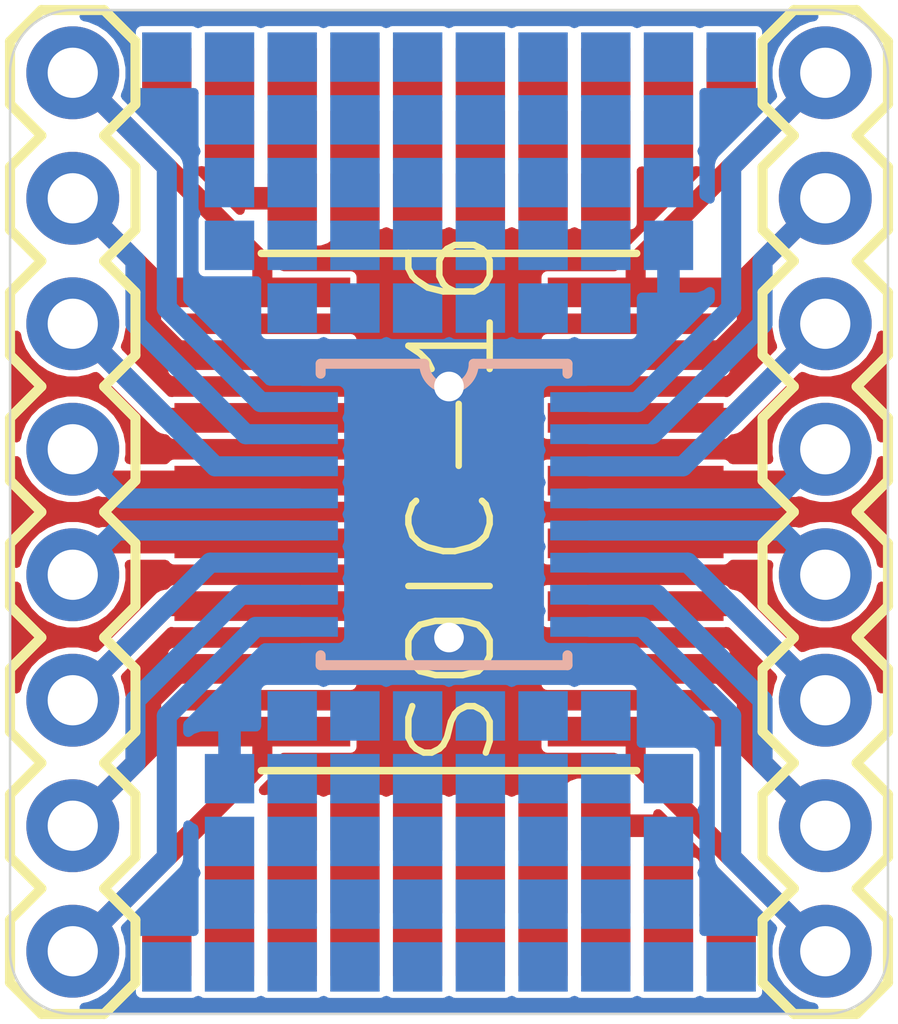
<source format=kicad_pcb>
(kicad_pcb (version 20241229) (generator "pcbnew") (generator_version "9.0")
  (layers (0 "F.Cu" signal) (2 "B.Cu" signal) (13 "F.Paste" user) (15 "B.Paste" user) (5 "F.SilkS" user "F.Silkscreen") (7 "B.SilkS" user "B.Silkscreen") (1 "F.Mask" user) (3 "B.Mask" user) (25 "Edge.Cuts" user))
  (net 0 "")
  (net 1 "2")
  (net 2 "3")
  (net 3 "4")
  (net 4 "5")
  (net 5 "6")
  (net 6 "7")
  (net 7 "8")
  (net 8 "16")
  (net 9 "15")
  (net 10 "14")
  (net 11 "13")
  (net 12 "12")
  (net 13 "11")
  (net 14 "10")
  (net 15 "9")
  (net 16 "1")
  (net 17 "GND")
  (footprint "SOIC_TSSOP-16 proto:1X08_ROUND" (layer "F.Cu") (at 140.8811 113.8936 90)
    (property "Reference" "JP1" (hide yes))
    (property "Value" "")
    (pad "1" thru_hole circle (at 0 0 180) (size 1.8796 1.8796) (drill 1.016) (layers "*.Cu" "*.Mask") (net 7 "8"))
    (pad "2" thru_hole circle (at 2.54 0 180) (size 1.8796 1.8796) (drill 1.016) (layers "*.Cu" "*.Mask") (net 6 "7"))
    (pad "3" thru_hole circle (at 5.08 0 180) (size 1.8796 1.8796) (drill 1.016) (layers "*.Cu" "*.Mask") (net 5 "6"))
    (pad "4" thru_hole circle (at 7.62 0 180) (size 1.8796 1.8796) (drill 1.016) (layers "*.Cu" "*.Mask") (net 4 "5"))
    (pad "5" thru_hole circle (at 10.16 0 180) (size 1.8796 1.8796) (drill 1.016) (layers "*.Cu" "*.Mask") (net 3 "4"))
    (pad "6" thru_hole circle (at 12.7 0 180) (size 1.8796 1.8796) (drill 1.016) (layers "*.Cu" "*.Mask") (net 2 "3"))
    (pad "7" thru_hole circle (at 15.24 0 180) (size 1.8796 1.8796) (drill 1.016) (layers "*.Cu" "*.Mask") (net 1 "2"))
    (pad "8" thru_hole circle (at 17.78 0 180) (size 1.8796 1.8796) (drill 1.016) (layers "*.Cu" "*.Mask") (net 16 "1"))
  )
  (footprint "SOIC_TSSOP-16 proto:1X08_ROUND" (layer "F.Cu") (at 156.1211 96.1136 -90)
    (property "Reference" "JP2" (hide yes))
    (property "Value" "")
    (pad "1" thru_hole circle (at 0 0) (size 1.8796 1.8796) (drill 1.016) (layers "*.Cu" "*.Mask") (net 8 "16"))
    (pad "2" thru_hole circle (at 2.54 0) (size 1.8796 1.8796) (drill 1.016) (layers "*.Cu" "*.Mask") (net 9 "15"))
    (pad "3" thru_hole circle (at 5.08 0) (size 1.8796 1.8796) (drill 1.016) (layers "*.Cu" "*.Mask") (net 10 "14"))
    (pad "4" thru_hole circle (at 7.62 0) (size 1.8796 1.8796) (drill 1.016) (layers "*.Cu" "*.Mask") (net 11 "13"))
    (pad "5" thru_hole circle (at 10.16 0) (size 1.8796 1.8796) (drill 1.016) (layers "*.Cu" "*.Mask") (net 12 "12"))
    (pad "6" thru_hole circle (at 12.7 0) (size 1.8796 1.8796) (drill 1.016) (layers "*.Cu" "*.Mask") (net 13 "11"))
    (pad "7" thru_hole circle (at 15.24 0) (size 1.8796 1.8796) (drill 1.016) (layers "*.Cu" "*.Mask") (net 14 "10"))
    (pad "8" thru_hole circle (at 17.78 0) (size 1.8796 1.8796) (drill 1.016) (layers "*.Cu" "*.Mask") (net 15 "9"))
  )
  (footprint "SOIC_TSSOP-16 proto:TP10SQ" (layer "F.Cu") (at 144.0561 96.1136)
    (property "Reference" "E$33" (hide yes))
    (property "Value" "")
    (pad "TP" smd rect (at 0 0) (size 1 1) (layers "F.Cu" "F.Mask"))
  )
  (footprint "SOIC_TSSOP-16 proto:TP10SQ" (layer "F.Cu") (at 152.9461 112.6236)
    (property "Reference" "E$22" (hide yes))
    (property "Value" "")
    (pad "TP" smd rect (at 0 0) (size 1 1) (layers "F.Cu" "F.Mask"))
  )
  (footprint "SOIC_TSSOP-16 proto:TP10SQ" (layer "F.Cu") (at 152.9461 96.1136)
    (property "Reference" "E$47" (hide yes))
    (property "Value" "")
    (pad "TP" smd rect (at 0 0) (size 1 1) (layers "F.Cu" "F.Mask"))
  )
  (footprint "SOIC_TSSOP-16 proto:TP10SQ" (layer "F.Cu") (at 144.0561 112.6236)
    (property "Reference" "E$14" (hide yes))
    (property "Value" "")
    (pad "TP" smd rect (at 0 0) (size 1 1) (layers "F.Cu" "F.Mask"))
  )
  (footprint "SOIC_TSSOP-16 proto:TP10SQ" (layer "F.Cu") (at 144.0561 113.8936)
    (property "Reference" "E$2" (hide yes))
    (property "Value" "")
    (pad "TP" smd rect (at 0 0) (size 1 1) (layers "F.Cu" "F.Mask"))
  )
  (footprint "SOIC_TSSOP-16 proto:TP10SQ" (layer "F.Cu") (at 147.8661 111.3536)
    (property "Reference" "E$17" (hide yes))
    (property "Value" "")
    (pad "TP" smd rect (at 0 0) (size 1 1) (layers "F.Cu" "F.Mask"))
  )
  (footprint "SOIC_TSSOP-16 proto:TP10SQ" (layer "F.Cu") (at 151.6761 111.3536)
    (property "Reference" "E$20" (hide yes))
    (property "Value" "")
    (pad "TP" smd rect (at 0 0) (size 1 1) (layers "F.Cu" "F.Mask") (net 17 "GND"))
  )
  (footprint "SOIC_TSSOP-16 proto:TP10SQ" (layer "F.Cu") (at 147.8661 96.1136)
    (property "Reference" "E$43" (hide yes))
    (property "Value" "")
    (pad "TP" smd rect (at 0 0) (size 1 1) (layers "F.Cu" "F.Mask"))
  )
  (footprint "SOIC_TSSOP-16 proto:TP10SQ" (layer "F.Cu") (at 146.5961 97.3836)
    (property "Reference" "E$36" (hide yes))
    (property "Value" "")
    (pad "TP" smd rect (at 0 0) (size 1 1) (layers "F.Cu" "F.Mask"))
  )
  (footprint "SOIC_TSSOP-16 proto:TP10SQ" (layer "F.Cu") (at 145.3261 98.6536)
    (property "Reference" "E$30" (hide yes))
    (property "Value" "")
    (pad "TP" smd rect (at 0 0) (size 1 1) (layers "F.Cu" "F.Mask") (net 17 "GND"))
  )
  (footprint "SOIC_TSSOP-16 proto:TP10SQ" (layer "F.Cu") (at 147.8661 97.3836)
    (property "Reference" "E$37" (hide yes))
    (property "Value" "")
    (pad "TP" smd rect (at 0 0) (size 1 1) (layers "F.Cu" "F.Mask"))
  )
  (footprint "SOIC_TSSOP-16 proto:TP10SQ" (layer "F.Cu") (at 150.4061 113.8936)
    (property "Reference" "E$7" (hide yes))
    (property "Value" "")
    (pad "TP" smd rect (at 0 0) (size 1 1) (layers "F.Cu" "F.Mask"))
  )
  (footprint "SOIC_TSSOP-16 proto:TP10SQ" (layer "F.Cu") (at 147.8661 98.6536)
    (property "Reference" "E$28" (hide yes))
    (property "Value" "")
    (pad "TP" smd rect (at 0 0) (size 1 1) (layers "F.Cu" "F.Mask"))
  )
  (footprint "SOIC_TSSOP-16 proto:TP10SQ" (layer "F.Cu") (at 150.4061 96.1136)
    (property "Reference" "E$45" (hide yes))
    (property "Value" "")
    (pad "TP" smd rect (at 0 0) (size 1 1) (layers "F.Cu" "F.Mask"))
  )
  (footprint "SOIC_TSSOP-16 proto:TP10SQ" (layer "F.Cu") (at 150.4061 97.3836)
    (property "Reference" "E$39" (hide yes))
    (property "Value" "")
    (pad "TP" smd rect (at 0 0) (size 1 1) (layers "F.Cu" "F.Mask"))
  )
  (footprint "SOIC_TSSOP-16 proto:TP10SQ" (layer "F.Cu") (at 145.3261 113.8936)
    (property "Reference" "E$3" (hide yes))
    (property "Value" "")
    (pad "TP" smd rect (at 0 0) (size 1 1) (layers "F.Cu" "F.Mask"))
  )
  (footprint "SOIC_TSSOP-16 proto:TP10SQ" (layer "F.Cu") (at 154.2161 113.8936)
    (property "Reference" "E$24" (hide yes))
    (property "Value" "")
    (pad "TP" smd rect (at 0 0) (size 1 1) (layers "F.Cu" "F.Mask"))
  )
  (footprint "SOIC_TSSOP-16 proto:TP10SQ" (layer "F.Cu") (at 146.5961 98.6536)
    (property "Reference" "E$29" (hide yes))
    (property "Value" "")
    (pad "TP" smd rect (at 0 0) (size 1 1) (layers "F.Cu" "F.Mask"))
  )
  (footprint "SOIC_TSSOP-16 proto:TP10SQ" (layer "F.Cu") (at 150.4061 111.3536)
    (property "Reference" "E$19" (hide yes))
    (property "Value" "")
    (pad "TP" smd rect (at 0 0) (size 1 1) (layers "F.Cu" "F.Mask"))
  )
  (footprint "SOIC_TSSOP-16 proto:TP10SQ" (layer "F.Cu") (at 149.1361 96.1136)
    (property "Reference" "E$44" (hide yes))
    (property "Value" "")
    (pad "TP" smd rect (at 0 0) (size 1 1) (layers "F.Cu" "F.Mask"))
  )
  (footprint "SOIC_TSSOP-16 proto:TP10SQ" (layer "F.Cu") (at 142.7861 113.8936)
    (property "Reference" "E$1" (hide yes))
    (property "Value" "")
    (pad "TP" smd rect (at 0 0) (size 1 1) (layers "F.Cu" "F.Mask"))
  )
  (footprint "SOIC_TSSOP-16 proto:TP10SQ" (layer "F.Cu") (at 146.5961 96.1136)
    (property "Reference" "E$42" (hide yes))
    (property "Value" "")
    (pad "TP" smd rect (at 0 0) (size 1 1) (layers "F.Cu" "F.Mask"))
  )
  (footprint "SOIC_TSSOP-16 proto:TP10SQ" (layer "F.Cu") (at 152.9461 113.8936)
    (property "Reference" "E$23" (hide yes))
    (property "Value" "")
    (pad "TP" smd rect (at 0 0) (size 1 1) (layers "F.Cu" "F.Mask"))
  )
  (footprint "SOIC_TSSOP-16 proto:TP10SQ" (layer "F.Cu") (at 144.0561 97.3836)
    (property "Reference" "E$32" (hide yes))
    (property "Value" "")
    (pad "TP" smd rect (at 0 0) (size 1 1) (layers "F.Cu" "F.Mask"))
  )
  (footprint "SOIC_TSSOP-16 proto:TP10SQ" (layer "F.Cu") (at 147.8661 112.6236)
    (property "Reference" "E$11" (hide yes))
    (property "Value" "")
    (pad "TP" smd rect (at 0 0) (size 1 1) (layers "F.Cu" "F.Mask"))
  )
  (footprint "SOIC_TSSOP-16 proto:SOIC-16NW" (layer "F.Cu") (at 148.5011 105.0036 -90)
    (property "Reference" "SOIC-16" (at 5.27 -1.0325 90) (layer "F.SilkS") (effects (font (size 1.647139 1.647139) (thickness 0.130861)) (justify left bottom)))
    (property "Value" "SOIC-16" (hide yes))
    (pad "P1" smd rect (at -4.445 3.78 270) (size 0.6 3.56) (layers "F.Cu" "F.Mask" "F.Paste") (net 16 "1"))
    (pad "P2" smd rect (at -3.175 3.78 270) (size 0.6 3.56) (layers "F.Cu" "F.Mask" "F.Paste") (net 1 "2"))
    (pad "P3" smd rect (at -1.905 3.78 270) (size 0.6 3.56) (layers "F.Cu" "F.Mask" "F.Paste") (net 2 "3"))
    (pad "P4" smd rect (at -0.635 3.78 270) (size 0.6 3.56) (layers "F.Cu" "F.Mask" "F.Paste") (net 3 "4"))
    (pad "P5" smd rect (at 0.635 3.78 270) (size 0.6 3.56) (layers "F.Cu" "F.Mask" "F.Paste") (net 4 "5"))
    (pad "P6" smd rect (at 1.905 3.78 270) (size 0.6 3.56) (layers "F.Cu" "F.Mask" "F.Paste") (net 5 "6"))
    (pad "P7" smd rect (at 3.175 3.78 270) (size 0.6 3.56) (layers "F.Cu" "F.Mask" "F.Paste") (net 6 "7"))
    (pad "P8" smd rect (at 4.445 3.78 270) (size 0.6 3.56) (layers "F.Cu" "F.Mask" "F.Paste") (net 7 "8"))
    (pad "P9" smd rect (at 4.445 -3.78 270) (size 0.6 3.56) (layers "F.Cu" "F.Mask" "F.Paste") (net 15 "9"))
    (pad "P10" smd rect (at 3.175 -3.78 270) (size 0.6 3.56) (layers "F.Cu" "F.Mask" "F.Paste") (net 14 "10"))
    (pad "P11" smd rect (at 1.905 -3.78 270) (size 0.6 3.56) (layers "F.Cu" "F.Mask" "F.Paste") (net 13 "11"))
    (pad "P12" smd rect (at 0.635 -3.78 270) (size 0.6 3.56) (layers "F.Cu" "F.Mask" "F.Paste") (net 12 "12"))
    (pad "P13" smd rect (at -0.635 -3.78 270) (size 0.6 3.56) (layers "F.Cu" "F.Mask" "F.Paste") (net 11 "13"))
    (pad "P14" smd rect (at -1.905 -3.78 270) (size 0.6 3.56) (layers "F.Cu" "F.Mask" "F.Paste") (net 10 "14"))
    (pad "P15" smd rect (at -3.175 -3.78 270) (size 0.6 3.56) (layers "F.Cu" "F.Mask" "F.Paste") (net 9 "15"))
    (pad "P16" smd rect (at -4.445 -3.78 270) (size 0.6 3.56) (layers "F.Cu" "F.Mask" "F.Paste") (net 8 "16"))
  )
  (footprint "SOIC_TSSOP-16 proto:TP10SQ" (layer "F.Cu") (at 145.3261 96.1136)
    (property "Reference" "E$35" (hide yes))
    (property "Value" "")
    (pad "TP" smd rect (at 0 0) (size 1 1) (layers "F.Cu" "F.Mask"))
  )
  (footprint "SOIC_TSSOP-16 proto:TP10SQ" (layer "F.Cu") (at 150.4061 112.6236)
    (property "Reference" "E$9" (hide yes))
    (property "Value" "")
    (pad "TP" smd rect (at 0 0) (size 1 1) (layers "F.Cu" "F.Mask"))
  )
  (footprint "SOIC_TSSOP-16 proto:TP10SQ" (layer "F.Cu") (at 146.5961 111.3536)
    (property "Reference" "E$16" (hide yes))
    (property "Value" "")
    (pad "TP" smd rect (at 0 0) (size 1 1) (layers "F.Cu" "F.Mask"))
  )
  (footprint "SOIC_TSSOP-16 proto:TP10SQ" (layer "F.Cu") (at 145.3261 97.3836)
    (property "Reference" "E$31" (hide yes))
    (property "Value" "")
    (pad "TP" smd rect (at 0 0) (size 1 1) (layers "F.Cu" "F.Mask"))
  )
  (footprint "SOIC_TSSOP-16 proto:TP10SQ" (layer "F.Cu") (at 147.8661 113.8936)
    (property "Reference" "E$5" (hide yes))
    (property "Value" "")
    (pad "TP" smd rect (at 0 0) (size 1 1) (layers "F.Cu" "F.Mask"))
  )
  (footprint "SOIC_TSSOP-16 proto:TP10SQ" (layer "F.Cu") (at 151.6761 98.6536)
    (property "Reference" "E$25" (hide yes))
    (property "Value" "")
    (pad "TP" smd rect (at 0 0) (size 1 1) (layers "F.Cu" "F.Mask"))
  )
  (footprint "SOIC_TSSOP-16 proto:TP10SQ" (layer "F.Cu") (at 149.1361 112.6236)
    (property "Reference" "E$10" (hide yes))
    (property "Value" "")
    (pad "TP" smd rect (at 0 0) (size 1 1) (layers "F.Cu" "F.Mask"))
  )
  (footprint "SOIC_TSSOP-16 proto:TP10SQ" (layer "F.Cu") (at 145.3261 112.6236)
    (property "Reference" "E$13" (hide yes))
    (property "Value" "")
    (pad "TP" smd rect (at 0 0) (size 1 1) (layers "F.Cu" "F.Mask"))
  )
  (footprint "SOIC_TSSOP-16 proto:TP10SQ" (layer "F.Cu") (at 150.4061 98.6536)
    (property "Reference" "E$26" (hide yes))
    (property "Value" "")
    (pad "TP" smd rect (at 0 0) (size 1 1) (layers "F.Cu" "F.Mask"))
  )
  (footprint "SOIC_TSSOP-16 proto:TP10SQ" (layer "F.Cu") (at 146.5961 113.8936)
    (property "Reference" "E$4" (hide yes))
    (property "Value" "")
    (pad "TP" smd rect (at 0 0) (size 1 1) (layers "F.Cu" "F.Mask"))
  )
  (footprint "SOIC_TSSOP-16 proto:TP10SQ" (layer "F.Cu") (at 142.7861 96.1136)
    (property "Reference" "E$34" (hide yes))
    (property "Value" "")
    (pad "TP" smd rect (at 0 0) (size 1 1) (layers "F.Cu" "F.Mask"))
  )
  (footprint "SOIC_TSSOP-16 proto:TP10SQ" (layer "F.Cu") (at 149.1361 113.8936)
    (property "Reference" "E$6" (hide yes))
    (property "Value" "")
    (pad "TP" smd rect (at 0 0) (size 1 1) (layers "F.Cu" "F.Mask"))
  )
  (footprint "SOIC_TSSOP-16 proto:TP10SQ" (layer "F.Cu") (at 151.6761 96.1136)
    (property "Reference" "E$46" (hide yes))
    (property "Value" "")
    (pad "TP" smd rect (at 0 0) (size 1 1) (layers "F.Cu" "F.Mask"))
  )
  (footprint "SOIC_TSSOP-16 proto:TP10SQ" (layer "F.Cu") (at 149.1361 97.3836)
    (property "Reference" "E$38" (hide yes))
    (property "Value" "")
    (pad "TP" smd rect (at 0 0) (size 1 1) (layers "F.Cu" "F.Mask"))
  )
  (footprint "SOIC_TSSOP-16 proto:TP10SQ" (layer "F.Cu") (at 152.9461 97.3836)
    (property "Reference" "E$41" (hide yes))
    (property "Value" "")
    (pad "TP" smd rect (at 0 0) (size 1 1) (layers "F.Cu" "F.Mask"))
  )
  (footprint "SOIC_TSSOP-16 proto:TP10SQ" (layer "F.Cu") (at 149.1361 98.6536)
    (property "Reference" "E$27" (hide yes))
    (property "Value" "")
    (pad "TP" smd rect (at 0 0) (size 1 1) (layers "F.Cu" "F.Mask"))
  )
  (footprint "SOIC_TSSOP-16 proto:TP10SQ" (layer "F.Cu") (at 151.6761 113.8936)
    (property "Reference" "E$8" (hide yes))
    (property "Value" "")
    (pad "TP" smd rect (at 0 0) (size 1 1) (layers "F.Cu" "F.Mask"))
  )
  (footprint "SOIC_TSSOP-16 proto:TP10SQ" (layer "F.Cu") (at 151.6761 97.3836)
    (property "Reference" "E$40" (hide yes))
    (property "Value" "")
    (pad "TP" smd rect (at 0 0) (size 1 1) (layers "F.Cu" "F.Mask"))
  )
  (footprint "SOIC_TSSOP-16 proto:TP10SQ" (layer "F.Cu") (at 154.2161 96.1136)
    (property "Reference" "E$48" (hide yes))
    (property "Value" "")
    (pad "TP" smd rect (at 0 0) (size 1 1) (layers "F.Cu" "F.Mask"))
  )
  (footprint "SOIC_TSSOP-16 proto:TP10SQ" (layer "F.Cu") (at 145.3261 111.3536)
    (property "Reference" "E$15" (hide yes))
    (property "Value" "")
    (pad "TP" smd rect (at 0 0) (size 1 1) (layers "F.Cu" "F.Mask"))
  )
  (footprint "SOIC_TSSOP-16 proto:TP10SQ" (layer "F.Cu") (at 146.5961 112.6236)
    (property "Reference" "E$12" (hide yes))
    (property "Value" "")
    (pad "TP" smd rect (at 0 0) (size 1 1) (layers "F.Cu" "F.Mask"))
  )
  (footprint "SOIC_TSSOP-16 proto:TP10SQ" (layer "F.Cu") (at 149.1361 111.3536)
    (property "Reference" "E$18" (hide yes))
    (property "Value" "")
    (pad "TP" smd rect (at 0 0) (size 1 1) (layers "F.Cu" "F.Mask"))
  )
  (footprint "SOIC_TSSOP-16 proto:TP10SQ" (layer "F.Cu") (at 151.6761 112.6236)
    (property "Reference" "E$21" (hide yes))
    (property "Value" "")
    (pad "TP" smd rect (at 0 0) (size 1 1) (layers "F.Cu" "F.Mask"))
  )
  (footprint "SOIC_TSSOP-16 proto:TP10SQ" (layer "B.Cu") (at 152.9461 98.3361 180)
    (property "Reference" "E$85" (hide yes))
    (property "Value" "")
    (pad "TP" smd rect (at 0 0 180) (size 1 1) (layers "B.Cu" "B.Mask"))
  )
  (footprint "SOIC_TSSOP-16 proto:TP10SQ" (layer "B.Cu") (at 147.8661 110.4011)
    (property "Reference" "E$111" (hide yes))
    (property "Value" "")
    (pad "TP" smd rect (at 0 0) (size 1 1) (layers "B.Cu" "B.Mask"))
  )
  (footprint "SOIC_TSSOP-16 proto:TP10SQ" (layer "B.Cu") (at 145.3261 97.0661 180)
    (property "Reference" "E$57" (hide yes))
    (property "Value" "")
    (pad "TP" smd rect (at 0 0 180) (size 1 1) (layers "B.Cu" "B.Mask"))
  )
  (footprint "SOIC_TSSOP-16 proto:TP10SQ" (layer "B.Cu") (at 150.4061 99.6061 180)
    (property "Reference" "E$75" (hide yes))
    (property "Value" "")
    (pad "TP" smd rect (at 0 0 180) (size 1 1) (layers "B.Cu" "B.Mask"))
  )
  (footprint "SOIC_TSSOP-16 proto:TP10SQ" (layer "B.Cu") (at 147.8661 98.3361 180)
    (property "Reference" "E$66" (hide yes))
    (property "Value" "")
    (pad "TP" smd rect (at 0 0 180) (size 1 1) (layers "B.Cu" "B.Mask"))
  )
  (footprint "SOIC_TSSOP-16 proto:TP10SQ" (layer "B.Cu") (at 147.8661 112.9411)
    (property "Reference" "E$109" (hide yes))
    (property "Value" "")
    (pad "TP" smd rect (at 0 0) (size 1 1) (layers "B.Cu" "B.Mask"))
  )
  (footprint "SOIC_TSSOP-16 proto:TP10SQ" (layer "B.Cu") (at 151.6761 110.4011)
    (property "Reference" "E$94" (hide yes))
    (property "Value" "")
    (pad "TP" smd rect (at 0 0) (size 1 1) (layers "B.Cu" "B.Mask"))
  )
  (footprint "SOIC_TSSOP-16 proto:TP10SQ" (layer "B.Cu") (at 149.1361 99.6061 180)
    (property "Reference" "E$72" (hide yes))
    (property "Value" "")
    (pad "TP" smd rect (at 0 0 180) (size 1 1) (layers "B.Cu" "B.Mask"))
  )
  (footprint "SOIC_TSSOP-16 proto:TP10SQ" (layer "B.Cu") (at 149.1361 110.4011)
    (property "Reference" "E$104" (hide yes))
    (property "Value" "")
    (pad "TP" smd rect (at 0 0) (size 1 1) (layers "B.Cu" "B.Mask"))
  )
  (footprint "SOIC_TSSOP-16 proto:TP10SQ" (layer "B.Cu") (at 146.5961 99.6061 180)
    (property "Reference" "E$62" (hide yes))
    (property "Value" "")
    (pad "TP" smd rect (at 0 0 180) (size 1 1) (layers "B.Cu" "B.Mask"))
  )
  (footprint "SOIC_TSSOP-16 proto:TP10SQ" (layer "B.Cu") (at 152.9461 97.0661 180)
    (property "Reference" "E$86" (hide yes))
    (property "Value" "")
    (pad "TP" smd rect (at 0 0 180) (size 1 1) (layers "B.Cu" "B.Mask"))
  )
  (footprint "SOIC_TSSOP-16 proto:TP10SQ" (layer "B.Cu") (at 149.1361 111.6711)
    (property "Reference" "E$105" (hide yes))
    (property "Value" "")
    (pad "TP" smd rect (at 0 0) (size 1 1) (layers "B.Cu" "B.Mask"))
  )
  (footprint "SOIC_TSSOP-16 proto:TP10SQ" (layer "B.Cu") (at 144.0561 98.3361 180)
    (property "Reference" "E$52" (hide yes))
    (property "Value" "")
    (pad "TP" smd rect (at 0 0 180) (size 1 1) (layers "B.Cu" "B.Mask"))
  )
  (footprint "SOIC_TSSOP-16 proto:TP10SQ" (layer "B.Cu") (at 147.8661 109.1311)
    (property "Reference" "E$112" (hide yes))
    (property "Value" "")
    (pad "TP" smd rect (at 0 0) (size 1 1) (layers "B.Cu" "B.Mask"))
  )
  (footprint "SOIC_TSSOP-16 proto:TP10SQ" (layer "B.Cu") (at 146.5961 109.1311)
    (property "Reference" "E$113" (hide yes))
    (property "Value" "")
    (pad "TP" smd rect (at 0 0) (size 1 1) (layers "B.Cu" "B.Mask"))
  )
  (footprint "SOIC_TSSOP-16 proto:TP10SQ" (layer "B.Cu") (at 147.8661 100.8761 180)
    (property "Reference" "E$64" (hide yes))
    (property "Value" "")
    (pad "TP" smd rect (at 0 0 180) (size 1 1) (layers "B.Cu" "B.Mask"))
  )
  (footprint "SOIC_TSSOP-16 proto:TP10SQ" (layer "B.Cu") (at 150.4061 95.7961 180)
    (property "Reference" "E$78" (hide yes))
    (property "Value" "")
    (pad "TP" smd rect (at 0 0 180) (size 1 1) (layers "B.Cu" "B.Mask"))
  )
  (footprint "SOIC_TSSOP-16 proto:TP10SQ" (layer "B.Cu") (at 145.3261 111.6711)
    (property "Reference" "E$120" (hide yes))
    (property "Value" "")
    (pad "TP" smd rect (at 0 0) (size 1 1) (layers "B.Cu" "B.Mask"))
  )
  (footprint "SOIC_TSSOP-16 proto:TP10SQ" (layer "B.Cu") (at 146.5961 114.2111)
    (property "Reference" "E$117" (hide yes))
    (property "Value" "")
    (pad "TP" smd rect (at 0 0) (size 1 1) (layers "B.Cu" "B.Mask"))
  )
  (footprint "SOIC_TSSOP-16 proto:TP10SQ" (layer "B.Cu") (at 149.1361 112.9411)
    (property "Reference" "E$106" (hide yes))
    (property "Value" "")
    (pad "TP" smd rect (at 0 0) (size 1 1) (layers "B.Cu" "B.Mask"))
  )
  (footprint "SOIC_TSSOP-16 proto:TP10SQ" (layer "B.Cu") (at 151.6761 100.8761 180)
    (property "Reference" "E$83" (hide yes))
    (property "Value" "")
    (pad "TP" smd rect (at 0 0 180) (size 1 1) (layers "B.Cu" "B.Mask"))
  )
  (footprint "SOIC_TSSOP-16 proto:TP10SQ" (layer "B.Cu") (at 150.4061 111.6711)
    (property "Reference" "E$100" (hide yes))
    (property "Value" "")
    (pad "TP" smd rect (at 0 0) (size 1 1) (layers "B.Cu" "B.Mask"))
  )
  (footprint "SOIC_TSSOP-16 proto:TP10SQ" (layer "B.Cu") (at 146.5961 97.0661 180)
    (property "Reference" "E$60" (hide yes))
    (property "Value" "")
    (pad "TP" smd rect (at 0 0 180) (size 1 1) (layers "B.Cu" "B.Mask"))
  )
  (footprint "SOIC_TSSOP-16 proto:TP10SQ" (layer "B.Cu") (at 154.2161 95.7961 180)
    (property "Reference" "E$88" (hide yes))
    (property "Value" "")
    (pad "TP" smd rect (at 0 0 180) (size 1 1) (layers "B.Cu" "B.Mask"))
  )
  (footprint "SOIC_TSSOP-16 proto:TP10SQ" (layer "B.Cu") (at 145.3261 109.1311)
    (property "Reference" "E$122" (hide yes))
    (property "Value" "")
    (pad "TP" smd rect (at 0 0) (size 1 1) (layers "B.Cu" "B.Mask"))
  )
  (footprint "SOIC_TSSOP-16 proto:TP10SQ" (layer "B.Cu") (at 145.3261 95.7961 180)
    (property "Reference" "E$58" (hide yes))
    (property "Value" "")
    (pad "TP" smd rect (at 0 0 180) (size 1 1) (layers "B.Cu" "B.Mask"))
  )
  (footprint "SOIC_TSSOP-16 proto:TP10SQ" (layer "B.Cu") (at 152.9461 111.6711)
    (property "Reference" "E$91" (hide yes))
    (property "Value" "")
    (pad "TP" smd rect (at 0 0) (size 1 1) (layers "B.Cu" "B.Mask"))
  )
  (footprint "SOIC_TSSOP-16 proto:TP10SQ" (layer "B.Cu") (at 149.1361 100.8761 180)
    (property "Reference" "E$73" (hide yes))
    (property "Value" "")
    (pad "TP" smd rect (at 0 0 180) (size 1 1) (layers "B.Cu" "B.Mask"))
  )
  (footprint "SOIC_TSSOP-16 proto:TP10SQ" (layer "B.Cu") (at 147.8661 111.6711)
    (property "Reference" "E$110" (hide yes))
    (property "Value" "")
    (pad "TP" smd rect (at 0 0) (size 1 1) (layers "B.Cu" "B.Mask"))
  )
  (footprint "SOIC_TSSOP-16 proto:TP10SQ" (layer "B.Cu") (at 150.4061 100.8761 180)
    (property "Reference" "E$74" (hide yes))
    (property "Value" "")
    (pad "TP" smd rect (at 0 0 180) (size 1 1) (layers "B.Cu" "B.Mask"))
  )
  (footprint "SOIC_TSSOP-16 proto:TP10SQ" (layer "B.Cu") (at 147.8661 97.0661 180)
    (property "Reference" "E$67" (hide yes))
    (property "Value" "")
    (pad "TP" smd rect (at 0 0 180) (size 1 1) (layers "B.Cu" "B.Mask"))
  )
  (footprint "SOIC_TSSOP-16 proto:TP10SQ" (layer "B.Cu") (at 145.3261 100.8761 180)
    (property "Reference" "E$54" (hide yes))
    (property "Value" "")
    (pad "TP" smd rect (at 0 0 180) (size 1 1) (layers "B.Cu" "B.Mask"))
  )
  (footprint "SOIC_TSSOP-16 proto:TSSOP16" (layer "B.Cu") (at 148.5011 105.0036 -90)
    (property "Reference" "U$2" (hide yes))
    (property "Value" "TSSOP-16")
    (pad "1" smd rect (at -2.225 -2.85 270) (size 0.4 1.6) (layers "B.Cu" "B.Mask" "B.Paste") (net 8 "16"))
    (pad "2" smd rect (at -1.575 -2.85 270) (size 0.4 1.6) (layers "B.Cu" "B.Mask" "B.Paste") (net 9 "15"))
    (pad "3" smd rect (at -0.925 -2.85 270) (size 0.4 1.6) (layers "B.Cu" "B.Mask" "B.Paste") (net 10 "14"))
    (pad "4" smd rect (at -0.275 -2.85 270) (size 0.4 1.6) (layers "B.Cu" "B.Mask" "B.Paste") (net 11 "13"))
    (pad "5" smd rect (at 0.375 -2.85 270) (size 0.4 1.6) (layers "B.Cu" "B.Mask" "B.Paste") (net 12 "12"))
    (pad "6" smd rect (at 1.025 -2.85 270) (size 0.4 1.6) (layers "B.Cu" "B.Mask" "B.Paste") (net 13 "11"))
    (pad "7" smd rect (at 1.675 -2.85 270) (size 0.4 1.6) (layers "B.Cu" "B.Mask" "B.Paste") (net 14 "10"))
    (pad "8" smd rect (at 2.325 -2.85 270) (size 0.4 1.6) (layers "B.Cu" "B.Mask" "B.Paste") (net 15 "9"))
    (pad "9" smd rect (at 2.325 3.05 270) (size 0.4 1.6) (layers "B.Cu" "B.Mask" "B.Paste") (net 7 "8"))
    (pad "10" smd rect (at 1.675 3.05 270) (size 0.4 1.6) (layers "B.Cu" "B.Mask" "B.Paste") (net 6 "7"))
    (pad "11" smd rect (at 1.025 3.05 270) (size 0.4 1.6) (layers "B.Cu" "B.Mask" "B.Paste") (net 5 "6"))
    (pad "12" smd rect (at 0.375 3.05 270) (size 0.4 1.6) (layers "B.Cu" "B.Mask" "B.Paste") (net 4 "5"))
    (pad "13" smd rect (at -0.275 3.05 270) (size 0.4 1.6) (layers "B.Cu" "B.Mask" "B.Paste") (net 3 "4"))
    (pad "14" smd rect (at -0.925 3.05 270) (size 0.4 1.6) (layers "B.Cu" "B.Mask" "B.Paste") (net 2 "3"))
    (pad "15" smd rect (at -1.575 3.05 270) (size 0.4 1.6) (layers "B.Cu" "B.Mask" "B.Paste") (net 1 "2"))
    (pad "16" smd rect (at -2.225 3.05 270) (size 0.4 1.6) (layers "B.Cu" "B.Mask" "B.Paste") (net 16 "1"))
  )
  (footprint "SOIC_TSSOP-16 proto:TP10SQ" (layer "B.Cu") (at 144.0561 112.9411)
    (property "Reference" "E$125" (hide yes))
    (property "Value" "")
    (pad "TP" smd rect (at 0 0) (size 1 1) (layers "B.Cu" "B.Mask"))
  )
  (footprint "SOIC_TSSOP-16 proto:TP10SQ" (layer "B.Cu") (at 144.0561 97.0661 180)
    (property "Reference" "E$51" (hide yes))
    (property "Value" "")
    (pad "TP" smd rect (at 0 0 180) (size 1 1) (layers "B.Cu" "B.Mask"))
  )
  (footprint "SOIC_TSSOP-16 proto:TP10SQ" (layer "B.Cu") (at 150.4061 109.1311)
    (property "Reference" "E$102" (hide yes))
    (property "Value" "")
    (pad "TP" smd rect (at 0 0) (size 1 1) (layers "B.Cu" "B.Mask"))
  )
  (footprint "SOIC_TSSOP-16 proto:TP10SQ" (layer "B.Cu") (at 150.4061 98.3361 180)
    (property "Reference" "E$76" (hide yes))
    (property "Value" "")
    (pad "TP" smd rect (at 0 0 180) (size 1 1) (layers "B.Cu" "B.Mask"))
  )
  (footprint "SOIC_TSSOP-16 proto:TP10SQ" (layer "B.Cu") (at 149.1361 109.1311)
    (property "Reference" "E$103" (hide yes))
    (property "Value" "")
    (pad "TP" smd rect (at 0 0) (size 1 1) (layers "B.Cu" "B.Mask"))
  )
  (footprint "SOIC_TSSOP-16 proto:TP10SQ" (layer "B.Cu") (at 144.0561 95.7961 180)
    (property "Reference" "E$50" (hide yes))
    (property "Value" "")
    (pad "TP" smd rect (at 0 0 180) (size 1 1) (layers "B.Cu" "B.Mask"))
  )
  (footprint "SOIC_TSSOP-16 proto:TP10SQ" (layer "B.Cu") (at 152.9461 114.2111)
    (property "Reference" "E$89" (hide yes))
    (property "Value" "")
    (pad "TP" smd rect (at 0 0) (size 1 1) (layers "B.Cu" "B.Mask"))
  )
  (footprint "SOIC_TSSOP-16 proto:TP10SQ" (layer "B.Cu") (at 151.6761 95.7961 180)
    (property "Reference" "E$79" (hide yes))
    (property "Value" "")
    (pad "TP" smd rect (at 0 0 180) (size 1 1) (layers "B.Cu" "B.Mask"))
  )
  (footprint "SOIC_TSSOP-16 proto:TP10SQ" (layer "B.Cu") (at 154.2161 114.2111)
    (property "Reference" "E$127" (hide yes))
    (property "Value" "")
    (pad "TP" smd rect (at 0 0) (size 1 1) (layers "B.Cu" "B.Mask"))
  )
  (footprint "SOIC_TSSOP-16 proto:TP10SQ" (layer "B.Cu") (at 144.0561 99.6061 180)
    (property "Reference" "E$53" (hide yes))
    (property "Value" "")
    (pad "TP" smd rect (at 0 0 180) (size 1 1) (layers "B.Cu" "B.Mask"))
  )
  (footprint "SOIC_TSSOP-16 proto:TP10SQ" (layer "B.Cu") (at 150.4061 114.2111)
    (property "Reference" "E$98" (hide yes))
    (property "Value" "")
    (pad "TP" smd rect (at 0 0) (size 1 1) (layers "B.Cu" "B.Mask"))
  )
  (footprint "SOIC_TSSOP-16 proto:TP10SQ" (layer "B.Cu") (at 151.6761 98.3361 180)
    (property "Reference" "E$81" (hide yes))
    (property "Value" "")
    (pad "TP" smd rect (at 0 0 180) (size 1 1) (layers "B.Cu" "B.Mask"))
  )
  (footprint "SOIC_TSSOP-16 proto:TP10SQ" (layer "B.Cu") (at 147.8661 114.2111)
    (property "Reference" "E$108" (hide yes))
    (property "Value" "")
    (pad "TP" smd rect (at 0 0) (size 1 1) (layers "B.Cu" "B.Mask"))
  )
  (footprint "SOIC_TSSOP-16 proto:TP10SQ" (layer "B.Cu") (at 145.3261 98.3361 180)
    (property "Reference" "E$56" (hide yes))
    (property "Value" "")
    (pad "TP" smd rect (at 0 0 180) (size 1 1) (layers "B.Cu" "B.Mask"))
  )
  (footprint "SOIC_TSSOP-16 proto:TP10SQ" (layer "B.Cu") (at 145.3261 110.4011)
    (property "Reference" "E$121" (hide yes))
    (property "Value" "")
    (pad "TP" smd rect (at 0 0) (size 1 1) (layers "B.Cu" "B.Mask"))
  )
  (footprint "SOIC_TSSOP-16 proto:TP10SQ" (layer "B.Cu") (at 152.9461 95.7961 180)
    (property "Reference" "E$87" (hide yes))
    (property "Value" "")
    (pad "TP" smd rect (at 0 0 180) (size 1 1) (layers "B.Cu" "B.Mask"))
  )
  (footprint "SOIC_TSSOP-16 proto:TP10SQ" (layer "B.Cu") (at 149.1361 97.0661 180)
    (property "Reference" "E$70" (hide yes))
    (property "Value" "")
    (pad "TP" smd rect (at 0 0 180) (size 1 1) (layers "B.Cu" "B.Mask"))
  )
  (footprint "SOIC_TSSOP-16 proto:TP10SQ" (layer "B.Cu") (at 151.6761 99.6061 180)
    (property "Reference" "E$82" (hide yes))
    (property "Value" "")
    (pad "TP" smd rect (at 0 0 180) (size 1 1) (layers "B.Cu" "B.Mask"))
  )
  (footprint "SOIC_TSSOP-16 proto:TP10SQ" (layer "B.Cu") (at 151.6761 109.1311)
    (property "Reference" "E$93" (hide yes))
    (property "Value" "")
    (pad "TP" smd rect (at 0 0) (size 1 1) (layers "B.Cu" "B.Mask"))
  )
  (footprint "SOIC_TSSOP-16 proto:TP10SQ" (layer "B.Cu") (at 151.6761 112.9411)
    (property "Reference" "E$96" (hide yes))
    (property "Value" "")
    (pad "TP" smd rect (at 0 0) (size 1 1) (layers "B.Cu" "B.Mask"))
  )
  (footprint "SOIC_TSSOP-16 proto:TP10SQ" (layer "B.Cu") (at 150.4061 112.9411)
    (property "Reference" "E$99" (hide yes))
    (property "Value" "")
    (pad "TP" smd rect (at 0 0) (size 1 1) (layers "B.Cu" "B.Mask"))
  )
  (footprint "SOIC_TSSOP-16 proto:TP10SQ" (layer "B.Cu") (at 146.5961 95.7961 180)
    (property "Reference" "E$59" (hide yes))
    (property "Value" "")
    (pad "TP" smd rect (at 0 0 180) (size 1 1) (layers "B.Cu" "B.Mask"))
  )
  (footprint "SOIC_TSSOP-16 proto:TP10SQ" (layer "B.Cu") (at 145.3261 99.6061 180)
    (property "Reference" "E$55" (hide yes))
    (property "Value" "")
    (pad "TP" smd rect (at 0 0 180) (size 1 1) (layers "B.Cu" "B.Mask"))
  )
  (footprint "SOIC_TSSOP-16 proto:TP10SQ" (layer "B.Cu") (at 152.9461 99.6061 180)
    (property "Reference" "E$84" (hide yes))
    (property "Value" "")
    (pad "TP" smd rect (at 0 0 180) (size 1 1) (layers "B.Cu" "B.Mask") (net 17 "GND"))
  )
  (footprint "SOIC_TSSOP-16 proto:TP10SQ" (layer "B.Cu") (at 142.7861 95.7961 180)
    (property "Reference" "E$49" (hide yes))
    (property "Value" "")
    (pad "TP" smd rect (at 0 0 180) (size 1 1) (layers "B.Cu" "B.Mask"))
  )
  (footprint "SOIC_TSSOP-16 proto:TP10SQ" (layer "B.Cu") (at 146.5961 110.4011)
    (property "Reference" "E$114" (hide yes))
    (property "Value" "")
    (pad "TP" smd rect (at 0 0) (size 1 1) (layers "B.Cu" "B.Mask"))
  )
  (footprint "SOIC_TSSOP-16 proto:TP10SQ" (layer "B.Cu") (at 149.1361 95.7961 180)
    (property "Reference" "E$69" (hide yes))
    (property "Value" "")
    (pad "TP" smd rect (at 0 0 180) (size 1 1) (layers "B.Cu" "B.Mask"))
  )
  (footprint "SOIC_TSSOP-16 proto:TP10SQ" (layer "B.Cu") (at 147.8661 95.7961 180)
    (property "Reference" "E$68" (hide yes))
    (property "Value" "")
    (pad "TP" smd rect (at 0 0 180) (size 1 1) (layers "B.Cu" "B.Mask"))
  )
  (footprint "SOIC_TSSOP-16 proto:TP10SQ" (layer "B.Cu") (at 146.5961 111.6711)
    (property "Reference" "E$115" (hide yes))
    (property "Value" "")
    (pad "TP" smd rect (at 0 0) (size 1 1) (layers "B.Cu" "B.Mask"))
  )
  (footprint "SOIC_TSSOP-16 proto:TP10SQ" (layer "B.Cu") (at 144.0561 111.6711)
    (property "Reference" "E$124" (hide yes))
    (property "Value" "")
    (pad "TP" smd rect (at 0 0) (size 1 1) (layers "B.Cu" "B.Mask"))
  )
  (footprint "SOIC_TSSOP-16 proto:TP10SQ" (layer "B.Cu") (at 151.6761 114.2111)
    (property "Reference" "E$97" (hide yes))
    (property "Value" "")
    (pad "TP" smd rect (at 0 0) (size 1 1) (layers "B.Cu" "B.Mask"))
  )
  (footprint "SOIC_TSSOP-16 proto:TP10SQ" (layer "B.Cu") (at 150.4061 97.0661 180)
    (property "Reference" "E$77" (hide yes))
    (property "Value" "")
    (pad "TP" smd rect (at 0 0 180) (size 1 1) (layers "B.Cu" "B.Mask"))
  )
  (footprint "SOIC_TSSOP-16 proto:TP10SQ" (layer "B.Cu") (at 152.9461 112.9411)
    (property "Reference" "E$90" (hide yes))
    (property "Value" "")
    (pad "TP" smd rect (at 0 0) (size 1 1) (layers "B.Cu" "B.Mask"))
  )
  (footprint "SOIC_TSSOP-16 proto:TP10SQ" (layer "B.Cu") (at 144.0561 114.2111)
    (property "Reference" "E$126" (hide yes))
    (property "Value" "")
    (pad "TP" smd rect (at 0 0) (size 1 1) (layers "B.Cu" "B.Mask"))
  )
  (footprint "SOIC_TSSOP-16 proto:TP10SQ" (layer "B.Cu") (at 149.1361 114.2111)
    (property "Reference" "E$107" (hide yes))
    (property "Value" "")
    (pad "TP" smd rect (at 0 0) (size 1 1) (layers "B.Cu" "B.Mask"))
  )
  (footprint "SOIC_TSSOP-16 proto:TP10SQ" (layer "B.Cu") (at 146.5961 100.8761 180)
    (property "Reference" "E$63" (hide yes))
    (property "Value" "")
    (pad "TP" smd rect (at 0 0 180) (size 1 1) (layers "B.Cu" "B.Mask"))
  )
  (footprint "SOIC_TSSOP-16 proto:TP10SQ" (layer "B.Cu") (at 146.5961 112.9411)
    (property "Reference" "E$116" (hide yes))
    (property "Value" "")
    (pad "TP" smd rect (at 0 0) (size 1 1) (layers "B.Cu" "B.Mask"))
  )
  (footprint "SOIC_TSSOP-16 proto:TP10SQ" (layer "B.Cu") (at 151.6761 111.6711)
    (property "Reference" "E$95" (hide yes))
    (property "Value" "")
    (pad "TP" smd rect (at 0 0) (size 1 1) (layers "B.Cu" "B.Mask"))
  )
  (footprint "SOIC_TSSOP-16 proto:TP10SQ" (layer "B.Cu") (at 149.1361 98.3361 180)
    (property "Reference" "E$71" (hide yes))
    (property "Value" "")
    (pad "TP" smd rect (at 0 0 180) (size 1 1) (layers "B.Cu" "B.Mask"))
  )
  (footprint "SOIC_TSSOP-16 proto:TP10SQ" (layer "B.Cu") (at 150.4061 110.4011)
    (property "Reference" "E$101" (hide yes))
    (property "Value" "")
    (pad "TP" smd rect (at 0 0) (size 1 1) (layers "B.Cu" "B.Mask"))
  )
  (footprint "SOIC_TSSOP-16 proto:TP10SQ" (layer "B.Cu") (at 145.3261 112.9411)
    (property "Reference" "E$119" (hide yes))
    (property "Value" "")
    (pad "TP" smd rect (at 0 0) (size 1 1) (layers "B.Cu" "B.Mask"))
  )
  (footprint "SOIC_TSSOP-16 proto:TP10SQ" (layer "B.Cu") (at 144.0561 110.4011)
    (property "Reference" "GND0" (hide yes))
    (property "Value" "")
    (pad "TP" smd rect (at 0 0) (size 1 1) (layers "B.Cu" "B.Mask") (net 17 "GND"))
  )
  (footprint "SOIC_TSSOP-16 proto:TP10SQ" (layer "B.Cu") (at 142.7861 114.2111)
    (property "Reference" "E$128" (hide yes))
    (property "Value" "")
    (pad "TP" smd rect (at 0 0) (size 1 1) (layers "B.Cu" "B.Mask"))
  )
  (footprint "SOIC_TSSOP-16 proto:TP10SQ" (layer "B.Cu") (at 147.8661 99.6061 180)
    (property "Reference" "E$65" (hide yes))
    (property "Value" "")
    (pad "TP" smd rect (at 0 0 180) (size 1 1) (layers "B.Cu" "B.Mask"))
  )
  (footprint "SOIC_TSSOP-16 proto:TP10SQ" (layer "B.Cu") (at 151.6761 97.0661 180)
    (property "Reference" "E$80" (hide yes))
    (property "Value" "")
    (pad "TP" smd rect (at 0 0 180) (size 1 1) (layers "B.Cu" "B.Mask"))
  )
  (footprint "SOIC_TSSOP-16 proto:TP10SQ" (layer "B.Cu") (at 146.5961 98.3361 180)
    (property "Reference" "E$61" (hide yes))
    (property "Value" "")
    (pad "TP" smd rect (at 0 0 180) (size 1 1) (layers "B.Cu" "B.Mask"))
  )
  (footprint "SOIC_TSSOP-16 proto:TP10SQ" (layer "B.Cu") (at 152.9461 110.4011)
    (property "Reference" "E$92" (hide yes))
    (property "Value" "")
    (pad "TP" smd rect (at 0 0) (size 1 1) (layers "B.Cu" "B.Mask"))
  )
  (footprint "SOIC_TSSOP-16 proto:TP10SQ" (layer "B.Cu") (at 145.3261 114.2111)
    (property "Reference" "E$118" (hide yes))
    (property "Value" "")
    (pad "TP" smd rect (at 0 0) (size 1 1) (layers "B.Cu" "B.Mask"))
  )
  (gr_line (start 139.6111 96.1136) (end 139.6111 113.8936) (stroke (width 0.05)) (layer "Edge.Cuts"))
  (gr_line (start 140.8811 115.1636) (end 156.1211 115.1636) (stroke (width 0.05)) (layer "Edge.Cuts"))
  (gr_arc (start 156.1211 94.8436) (mid 157.019126 95.215574) (end 157.3911 96.1136) (stroke (width 0.05)) (layer "Edge.Cuts"))
  (gr_arc (start 140.8811 115.1636) (mid 139.983074 114.791626) (end 139.6111 113.8936) (stroke (width 0.05)) (layer "Edge.Cuts"))
  (gr_line (start 156.1211 94.8436) (end 140.8811 94.8436) (stroke (width 0.05)) (layer "Edge.Cuts"))
  (gr_line (start 157.3911 113.8936) (end 157.3911 96.1136) (stroke (width 0.05)) (layer "Edge.Cuts"))
  (gr_arc (start 157.3911 113.8936) (mid 157.019126 114.791626) (end 156.1211 115.1636) (stroke (width 0.05)) (layer "Edge.Cuts"))
  (gr_arc (start 139.6111 96.1136) (mid 139.983074 95.215574) (end 140.8811 94.8436) (stroke (width 0.05)) (layer "Edge.Cuts"))
  (segment (start 143.1036 101.8286) (end 142.4686 101.1936) (width 0.4064) (layer "F.Cu") (net 1))
  (segment (start 144.7211 101.8286) (end 143.1036 101.8286) (width 0.4064) (layer "F.Cu") (net 1))
  (segment (start 142.4686 101.1936) (end 142.4686 100.2411) (width 0.4064) (layer "F.Cu") (net 1))
  (segment (start 142.4686 100.2411) (end 140.8811 98.6536) (width 0.4064) (layer "F.Cu") (net 1))
  (segment (start 145.4511 103.4286) (end 144.3861 103.4286) (width 0.4064) (layer "B.Cu") (net 1))
  (segment (start 142.1511 99.9236) (end 140.8811 98.6536) (width 0.4064) (layer "B.Cu") (net 1))
  (segment (start 144.3861 103.4286) (end 142.1511 101.1936) (width 0.4064) (layer "B.Cu") (net 1))
  (segment (start 142.1511 101.1936) (end 142.1511 99.9236) (width 0.4064) (layer "B.Cu") (net 1))
  (segment (start 144.7211 103.0986) (end 142.7861 103.0986) (width 0.4064) (layer "F.Cu") (net 2))
  (segment (start 142.7861 103.0986) (end 140.8811 101.1936) (width 0.4064) (layer "F.Cu") (net 2))
  (segment (start 143.7661 104.0786) (end 140.8811 101.1936) (width 0.4064) (layer "B.Cu") (net 2))
  (segment (start 145.4511 104.0786) (end 143.7661 104.0786) (width 0.4064) (layer "B.Cu") (net 2))
  (segment (start 144.7211 104.3686) (end 141.5161 104.3686) (width 0.4064) (layer "F.Cu") (net 3))
  (segment (start 141.5161 104.3686) (end 140.8811 103.7336) (width 0.4064) (layer "F.Cu") (net 3))
  (segment (start 141.8761 104.7286) (end 140.8811 103.7336) (width 0.4064) (layer "B.Cu") (net 3))
  (segment (start 145.4511 104.7286) (end 141.8761 104.7286) (width 0.4064) (layer "B.Cu") (net 3))
  (segment (start 144.7211 105.6386) (end 141.5161 105.6386) (width 0.4064) (layer "F.Cu") (net 4))
  (segment (start 141.5161 105.6386) (end 140.8811 106.2736) (width 0.4064) (layer "F.Cu") (net 4))
  (segment (start 145.4511 105.3786) (end 141.7761 105.3786) (width 0.4064) (layer "B.Cu") (net 4))
  (segment (start 141.7761 105.3786) (end 140.8811 106.2736) (width 0.4064) (layer "B.Cu") (net 4))
  (segment (start 142.7861 106.9086) (end 140.8811 108.8136) (width 0.4064) (layer "F.Cu") (net 5))
  (segment (start 144.7211 106.9086) (end 142.7861 106.9086) (width 0.4064) (layer "F.Cu") (net 5))
  (segment (start 143.6661 106.0286) (end 140.8811 108.8136) (width 0.4064) (layer "B.Cu") (net 5))
  (segment (start 145.4511 106.0286) (end 143.6661 106.0286) (width 0.4064) (layer "B.Cu") (net 5))
  (segment (start 143.1036 108.1786) (end 142.4686 108.8136) (width 0.4064) (layer "F.Cu") (net 6))
  (segment (start 142.4686 109.7661) (end 140.8811 111.3536) (width 0.4064) (layer "F.Cu") (net 6))
  (segment (start 144.7211 108.1786) (end 143.1036 108.1786) (width 0.4064) (layer "F.Cu") (net 6))
  (segment (start 142.4686 108.8136) (end 142.4686 109.7661) (width 0.4064) (layer "F.Cu") (net 6))
  (segment (start 142.1511 108.8136) (end 142.1511 110.0836) (width 0.4064) (layer "B.Cu") (net 6))
  (segment (start 145.4511 106.6786) (end 144.2861 106.6786) (width 0.4064) (layer "B.Cu") (net 6))
  (segment (start 142.1511 110.0836) (end 140.8811 111.3536) (width 0.4064) (layer "B.Cu") (net 6))
  (segment (start 144.2861 106.6786) (end 142.1511 108.8136) (width 0.4064) (layer "B.Cu") (net 6))
  (segment (start 144.7211 109.4486) (end 144.7211 110.0536) (width 0.4064) (layer "F.Cu") (net 7))
  (segment (start 144.7211 110.0536) (end 140.8811 113.8936) (width 0.4064) (layer "F.Cu") (net 7))
  (segment (start 142.7861 111.9886) (end 140.8811 113.8936) (width 0.4064) (layer "B.Cu") (net 7))
  (segment (start 144.5886 107.3286) (end 142.7861 109.1311) (width 0.4064) (layer "B.Cu") (net 7))
  (segment (start 145.4511 107.3286) (end 144.5886 107.3286) (width 0.4064) (layer "B.Cu") (net 7))
  (segment (start 142.7861 109.1311) (end 142.7861 111.9886) (width 0.4064) (layer "B.Cu") (net 7))
  (segment (start 152.2811 100.5586) (end 152.2811 99.9536) (width 0.4064) (layer "F.Cu") (net 8))
  (segment (start 152.2811 99.9536) (end 156.1211 96.1136) (width 0.4064) (layer "F.Cu") (net 8))
  (segment (start 154.2161 98.0186) (end 156.1211 96.1136) (width 0.4064) (layer "B.Cu") (net 8))
  (segment (start 151.3511 102.7786) (end 152.3136 102.7786) (width 0.4064) (layer "B.Cu") (net 8))
  (segment (start 152.3136 102.7786) (end 154.2161 100.8761) (width 0.4064) (layer "B.Cu") (net 8))
  (segment (start 154.2161 100.8761) (end 154.2161 98.0186) (width 0.4064) (layer "B.Cu") (net 8))
  (segment (start 154.5336 101.1936) (end 154.5336 100.2411) (width 0.4064) (layer "F.Cu") (net 9))
  (segment (start 153.8986 101.8286) (end 154.5336 101.1936) (width 0.4064) (layer "F.Cu") (net 9))
  (segment (start 154.5336 100.2411) (end 156.1211 98.6536) (width 0.4064) (layer "F.Cu") (net 9))
  (segment (start 152.2811 101.8286) (end 153.8986 101.8286) (width 0.4064) (layer "F.Cu") (net 9))
  (segment (start 151.3511 103.4286) (end 152.6161 103.4286) (width 0.4064) (layer "B.Cu") (net 9))
  (segment (start 154.8511 99.9236) (end 156.1211 98.6536) (width 0.4064) (layer "B.Cu") (net 9))
  (segment (start 154.8511 101.1936) (end 154.8511 99.9236) (width 0.4064) (layer "B.Cu") (net 9))
  (segment (start 152.6161 103.4286) (end 154.8511 101.1936) (width 0.4064) (layer "B.Cu") (net 9))
  (segment (start 152.2811 103.0986) (end 154.2161 103.0986) (width 0.4064) (layer "F.Cu") (net 10))
  (segment (start 154.2161 103.0986) (end 156.1211 101.1936) (width 0.4064) (layer "F.Cu") (net 10))
  (segment (start 153.2361 104.0786) (end 156.1211 101.1936) (width 0.4064) (layer "B.Cu") (net 10))
  (segment (start 151.3511 104.0786) (end 153.2361 104.0786) (width 0.4064) (layer "B.Cu") (net 10))
  (segment (start 155.4861 104.3686) (end 156.1211 103.7336) (width 0.4064) (layer "F.Cu") (net 11))
  (segment (start 152.2811 104.3686) (end 155.4861 104.3686) (width 0.4064) (layer "F.Cu") (net 11))
  (segment (start 151.3511 104.7286) (end 155.1261 104.7286) (width 0.4064) (layer "B.Cu") (net 11))
  (segment (start 155.1261 104.7286) (end 156.1211 103.7336) (width 0.4064) (layer "B.Cu") (net 11))
  (segment (start 155.4861 105.6386) (end 156.1211 106.2736) (width 0.4064) (layer "F.Cu") (net 12))
  (segment (start 152.2811 105.6386) (end 155.4861 105.6386) (width 0.4064) (layer "F.Cu") (net 12))
  (segment (start 151.3511 105.3786) (end 155.2261 105.3786) (width 0.4064) (layer "B.Cu") (net 12))
  (segment (start 155.2261 105.3786) (end 156.1211 106.2736) (width 0.4064) (layer "B.Cu") (net 12))
  (segment (start 154.2161 106.9086) (end 156.1211 108.8136) (width 0.4064) (layer "F.Cu") (net 13))
  (segment (start 152.2811 106.9086) (end 154.2161 106.9086) (width 0.4064) (layer "F.Cu") (net 13))
  (segment (start 151.3511 106.0286) (end 153.3361 106.0286) (width 0.4064) (layer "B.Cu") (net 13))
  (segment (start 153.3361 106.0286) (end 156.1211 108.8136) (width 0.4064) (layer "B.Cu") (net 13))
  (segment (start 154.5336 108.8136) (end 154.5336 109.7661) (width 0.4064) (layer "F.Cu") (net 14))
  (segment (start 152.2811 108.1786) (end 153.8986 108.1786) (width 0.4064) (layer "F.Cu") (net 14))
  (segment (start 153.8986 108.1786) (end 154.5336 108.8136) (width 0.4064) (layer "F.Cu") (net 14))
  (segment (start 154.5336 109.7661) (end 156.1211 111.3536) (width 0.4064) (layer "F.Cu") (net 14))
  (segment (start 154.8511 110.0836) (end 156.1211 111.3536) (width 0.4064) (layer "B.Cu") (net 14))
  (segment (start 154.8511 108.8136) (end 154.8511 110.0836) (width 0.4064) (layer "B.Cu") (net 14))
  (segment (start 152.7161 106.6786) (end 154.8511 108.8136) (width 0.4064) (layer "B.Cu") (net 14))
  (segment (start 151.3511 106.6786) (end 152.7161 106.6786) (width 0.4064) (layer "B.Cu") (net 14))
  (segment (start 152.2811 110.0536) (end 156.1211 113.8936) (width 0.4064) (layer "F.Cu") (net 15))
  (segment (start 152.2811 109.4486) (end 152.2811 110.0536) (width 0.4064) (layer "F.Cu") (net 15))
  (segment (start 152.4136 107.3286) (end 154.2161 109.1311) (width 0.4064) (layer "B.Cu") (net 15))
  (segment (start 154.2161 111.9886) (end 156.1211 113.8936) (width 0.4064) (layer "B.Cu") (net 15))
  (segment (start 154.2161 109.1311) (end 154.2161 111.9886) (width 0.4064) (layer "B.Cu") (net 15))
  (segment (start 151.3511 107.3286) (end 152.4136 107.3286) (width 0.4064) (layer "B.Cu") (net 15))
  (segment (start 144.7211 99.9536) (end 140.8811 96.1136) (width 0.4064) (layer "F.Cu") (net 16))
  (segment (start 144.7211 100.5586) (end 144.7211 99.9536) (width 0.4064) (layer "F.Cu") (net 16))
  (segment (start 142.7861 100.8761) (end 142.7861 98.0186) (width 0.4064) (layer "B.Cu") (net 16))
  (segment (start 145.4511 102.7786) (end 144.6886 102.7786) (width 0.4064) (layer "B.Cu") (net 16))
  (segment (start 142.7861 98.0186) (end 140.8811 96.1136) (width 0.4064) (layer "B.Cu") (net 16))
  (segment (start 144.6886 102.7786) (end 142.7861 100.8761) (width 0.4064) (layer "B.Cu") (net 16))
  (segment (start 151.6761 111.3536) (end 151.6761 110.4011) (width 0.4064) (layer "F.Cu") (net 17))
  (segment (start 145.3261 98.6536) (end 145.3261 99.6061) (width 0.4064) (layer "F.Cu") (net 17))
  (via (at 148.5011 107.5436) (size 0.9048) (drill 0.6) (layers "F.Cu" "B.Cu") (net 17))
  (via (at 148.5011 102.4636) (size 0.9048) (drill 0.6) (layers "F.Cu" "B.Cu") (net 17))
  (segment (start 152.9461 99.6061) (end 152.9461 100.8761) (width 0.4064) (layer "B.Cu") (net 17))
  (segment (start 144.0561 110.4011) (end 144.0561 109.1311) (width 0.4064) (layer "B.Cu") (net 17))
  (zone (net 17) (net_name "GND") (layer "F.Cu") (priority 6) (connect_pads (clearance 0.000001)) (min_thickness 0.2032) (fill yes (thermal_gap 0.4564) (thermal_bridge_width 0.4564))
    (polygon (pts (xy 157.5943 115.3668) (xy 139.4079 115.3668) (xy 139.4079 94.6404) (xy 157.5943 94.6404)))
  )
  (zone (net 17) (net_name "GND") (layer "B.Cu") (priority 6) (connect_pads (clearance 0.000001)) (min_thickness 0.2032) (fill yes (thermal_gap 0.4564) (thermal_bridge_width 0.4564))
    (polygon (pts (xy 157.5943 115.3668) (xy 139.4079 115.3668) (xy 139.4079 94.6404) (xy 157.5943 94.6404)))
  )
)
</source>
